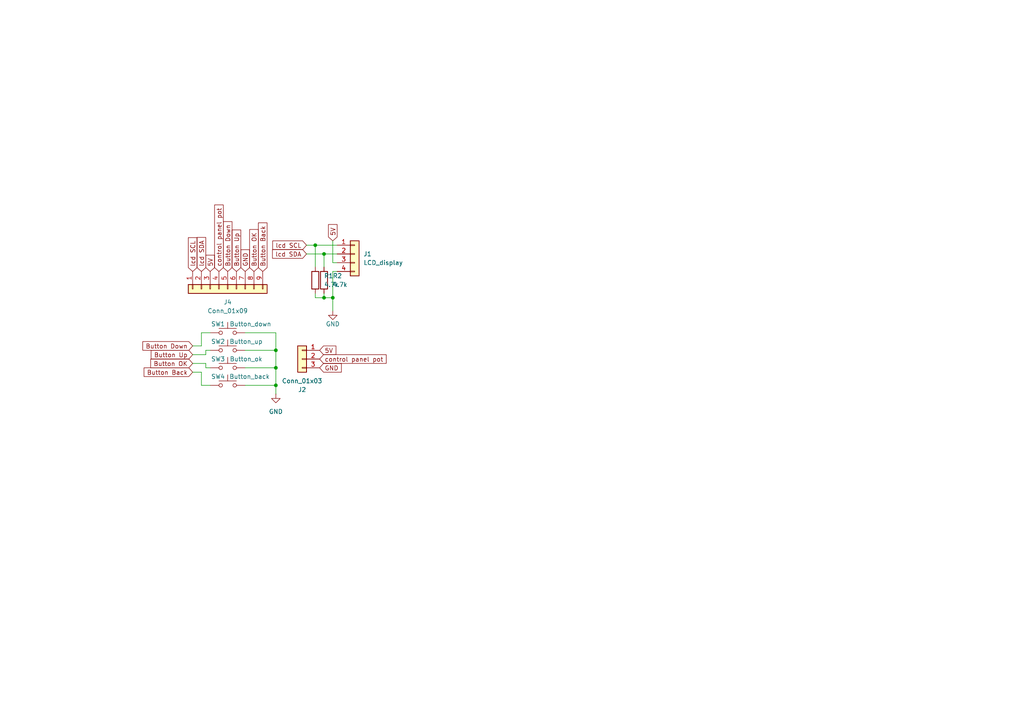
<source format=kicad_sch>
(kicad_sch (version 20231120) (generator "eeschema") (generator_version "8.0")
  (paper "A4")
  (lib_symbols
    (symbol "Connector_Generic:Conn_01x03" (pin_names (offset 1.016) hide)
      (property "Reference" "J" (at 0 5.08 0))
      (property "Value" "Conn_01x03" (at 0 -5.08 0))
      (symbol "Conn_01x03_1_1"
        (rectangle (start -1.27 -2.413) (end 0 -2.667) (stroke (width 0.1524)))
        (rectangle (start -1.27 0.127) (end 0 -0.127) (stroke (width 0.1524)))
        (rectangle (start -1.27 2.667) (end 0 2.413) (stroke (width 0.1524)))
        (rectangle (start -1.27 3.81) (end 1.27 -3.81) (stroke (width 0.254)) (fill (type background)))
        (pin passive line (at -5.08 2.54 0) (length 3.81) (name "Pin_1") (number "1"))
        (pin passive line (at -5.08 0 0) (length 3.81) (name "Pin_2") (number "2"))
        (pin passive line (at -5.08 -2.54 0) (length 3.81) (name "Pin_3") (number "3"))
      )
    )
    (symbol "Connector_Generic:Conn_01x04" (pin_names (offset 1.016) hide)
      (property "Reference" "J" (at 0 5.08 0))
      (property "Value" "Conn_01x04" (at 0 -7.62 0))
      (symbol "Conn_01x04_1_1"
        (rectangle (start -1.27 -4.953) (end 0 -5.207) (stroke (width 0.1524)))
        (rectangle (start -1.27 -2.413) (end 0 -2.667) (stroke (width 0.1524)))
        (rectangle (start -1.27 0.127) (end 0 -0.127) (stroke (width 0.1524)))
        (rectangle (start -1.27 2.667) (end 0 2.413) (stroke (width 0.1524)))
        (rectangle (start -1.27 3.81) (end 1.27 -6.35) (stroke (width 0.254)) (fill (type background)))
        (pin passive line (at -5.08 2.54 0) (length 3.81) (name "Pin_1") (number "1"))
        (pin passive line (at -5.08 0 0) (length 3.81) (name "Pin_2") (number "2"))
        (pin passive line (at -5.08 -2.54 0) (length 3.81) (name "Pin_3") (number "3"))
        (pin passive line (at -5.08 -5.08 0) (length 3.81) (name "Pin_4") (number "4"))
      )
    )
    (symbol "Connector_Generic:Conn_01x09" (pin_names (offset 1.016) hide)
      (property "Reference" "J" (at 0 12.7 0))
      (property "Value" "Conn_01x09" (at 0 -12.7 0))
      (symbol "Conn_01x09_1_1"
        (rectangle (start -1.27 -10.033) (end 0 -10.287) (stroke (width 0.1524)))
        (rectangle (start -1.27 -7.493) (end 0 -7.747) (stroke (width 0.1524)))
        (rectangle (start -1.27 -4.953) (end 0 -5.207) (stroke (width 0.1524)))
        (rectangle (start -1.27 -2.413) (end 0 -2.667) (stroke (width 0.1524)))
        (rectangle (start -1.27 0.127) (end 0 -0.127) (stroke (width 0.1524)))
        (rectangle (start -1.27 2.667) (end 0 2.413) (stroke (width 0.1524)))
        (rectangle (start -1.27 5.207) (end 0 4.953) (stroke (width 0.1524)))
        (rectangle (start -1.27 7.747) (end 0 7.493) (stroke (width 0.1524)))
        (rectangle (start -1.27 10.287) (end 0 10.033) (stroke (width 0.1524)))
        (rectangle (start -1.27 11.43) (end 1.27 -11.43) (stroke (width 0.254)) (fill (type background)))
        (pin passive line (at -5.08 10.16 0) (length 3.81) (name "Pin_1") (number "1"))
        (pin passive line (at -5.08 7.62 0) (length 3.81) (name "Pin_2") (number "2"))
        (pin passive line (at -5.08 5.08 0) (length 3.81) (name "Pin_3") (number "3"))
        (pin passive line (at -5.08 2.54 0) (length 3.81) (name "Pin_4") (number "4"))
        (pin passive line (at -5.08 0 0) (length 3.81) (name "Pin_5") (number "5"))
        (pin passive line (at -5.08 -2.54 0) (length 3.81) (name "Pin_6") (number "6"))
        (pin passive line (at -5.08 -5.08 0) (length 3.81) (name "Pin_7") (number "7"))
        (pin passive line (at -5.08 -7.62 0) (length 3.81) (name "Pin_8") (number "8"))
        (pin passive line (at -5.08 -10.16 0) (length 3.81) (name "Pin_9") (number "9"))
      )
    )
    (symbol "Device:R" (pin_numbers hide) (pin_names (offset 0))
      (property "Reference" "R" (at 2.032 0 90))
      (property "Value" "R" (at 0 0 90))
      (symbol "R_0_1"
        (rectangle (start -1.016 -2.54) (end 1.016 2.54) (stroke (width 0.254)))
      )
      (symbol "R_1_1"
        (pin passive line (at 0 3.81 270) (length 1.27) (name "~") (number "1"))
        (pin passive line (at 0 -3.81 90) (length 1.27) (name "~") (number "2"))
      )
    )
    (symbol "Switch:SW_Push" (pin_numbers hide) (pin_names (offset 1.016) hide)
      (property "Reference" "SW" (at 1.27 2.54 0))
      (property "Value" "SW_Push" (at 0 -1.524 0))
      (symbol "SW_Push_0_1"
        (circle (center -2.032 0) (radius 0.508))
        (polyline (pts (xy 0 1.27) (xy 0 3.048)))
        (polyline (pts (xy 2.54 1.27) (xy -2.54 1.27)))
        (circle (center 2.032 0) (radius 0.508))
        (pin passive line (at -5.08 0 0) (length 2.54) (name "1") (number "1"))
        (pin passive line (at 5.08 0 180) (length 2.54) (name "2") (number "2"))
      )
    )
    (symbol "power:GND" (power) (pin_numbers hide) (pin_names (offset 0) hide)
      (property "Value" "GND" (at 0 -3.81 0))
      (symbol "GND_0_1"
        (polyline (pts (xy 0 0) (xy 0 -1.27) (xy 1.27 -1.27) (xy 0 -2.54) (xy -1.27 -1.27) (xy 0 -1.27)))
      )
      (symbol "GND_1_1"
        (pin power_in line (at 0 0 270) (length 0) (name "~") (number "1"))
      )
    )
  )
  (junction (at 93.98 73.66))
  (junction (at 80.01 111.76))
  (junction (at 80.01 106.68))
  (junction (at 93.98 86.36))
  (junction (at 80.01 101.6))
  (junction (at 91.44 71.12))
  (junction (at 96.52 86.36))
  (wire (pts (xy 80.01 114.3) (xy 80.01 111.76)))
  (wire (pts (xy 80.01 96.52) (xy 80.01 101.6)))
  (wire (pts (xy 96.52 78.74) (xy 96.52 86.36)))
  (wire (pts (xy 93.98 73.66) (xy 93.98 77.47)))
  (wire (pts (xy 55.88 107.95) (xy 58.42 107.95)))
  (wire (pts (xy 58.42 111.76) (xy 60.96 111.76)))
  (wire (pts (xy 71.12 96.52) (xy 80.01 96.52)))
  (wire (pts (xy 71.12 106.68) (xy 80.01 106.68)))
  (wire (pts (xy 71.12 101.6) (xy 80.01 101.6)))
  (wire (pts (xy 91.44 71.12) (xy 91.44 77.47)))
  (wire (pts (xy 96.52 86.36) (xy 96.52 90.17)))
  (wire (pts (xy 59.69 101.6) (xy 60.96 101.6)))
  (wire (pts (xy 58.42 100.33) (xy 58.42 96.52)))
  (wire (pts (xy 60.96 106.68) (xy 59.69 106.68)))
  (wire (pts (xy 58.42 107.95) (xy 58.42 111.76)))
  (wire (pts (xy 59.69 105.41) (xy 55.88 105.41)))
  (wire (pts (xy 59.69 106.68) (xy 59.69 105.41)))
  (wire (pts (xy 97.79 76.2) (xy 96.52 76.2)))
  (wire (pts (xy 93.98 85.09) (xy 93.98 86.36)))
  (wire (pts (xy 59.69 102.87) (xy 59.69 101.6)))
  (wire (pts (xy 91.44 71.12) (xy 97.79 71.12)))
  (wire (pts (xy 88.9 73.66) (xy 93.98 73.66)))
  (wire (pts (xy 96.52 69.85) (xy 96.52 76.2)))
  (wire (pts (xy 71.12 111.76) (xy 80.01 111.76)))
  (wire (pts (xy 55.88 102.87) (xy 59.69 102.87)))
  (wire (pts (xy 58.42 96.52) (xy 60.96 96.52)))
  (wire (pts (xy 80.01 106.68) (xy 80.01 111.76)))
  (wire (pts (xy 91.44 85.09) (xy 91.44 86.36)))
  (wire (pts (xy 93.98 86.36) (xy 96.52 86.36)))
  (wire (pts (xy 80.01 101.6) (xy 80.01 106.68)))
  (wire (pts (xy 91.44 86.36) (xy 93.98 86.36)))
  (wire (pts (xy 88.9 71.12) (xy 91.44 71.12)))
  (wire (pts (xy 55.88 100.33) (xy 58.42 100.33)))
  (wire (pts (xy 97.79 78.74) (xy 96.52 78.74)))
  (wire (pts (xy 93.98 73.66) (xy 97.79 73.66)))
  (global_label "lcd SCL" (shape input) (at 88.9 71.12 180) (property "Intersheetrefs" "${INTERSHEET_REFS}" (effects (hide yes))))
  (global_label "control panel pot" (shape input) (at 63.5 78.74 90) (property "Intersheetrefs" "${INTERSHEET_REFS}" (effects (hide yes))))
  (global_label "Button OK" (shape input) (at 73.66 78.74 90) (property "Intersheetrefs" "${INTERSHEET_REFS}" (effects (hide yes))))
  (global_label "Button OK" (shape input) (at 55.88 105.41 180) (property "Intersheetrefs" "${INTERSHEET_REFS}" (effects (hide yes))))
  (global_label "Button Back" (shape input) (at 76.2 78.74 90) (property "Intersheetrefs" "${INTERSHEET_REFS}" (effects (hide yes))))
  (global_label "Button Up" (shape input) (at 55.88 102.87 180) (property "Intersheetrefs" "${INTERSHEET_REFS}" (effects (hide yes))))
  (global_label "5V" (shape input) (at 92.71 101.6 0) (property "Intersheetrefs" "${INTERSHEET_REFS}" (effects (hide yes))))
  (global_label "Button Up" (shape input) (at 68.58 78.74 90) (property "Intersheetrefs" "${INTERSHEET_REFS}" (effects (hide yes))))
  (global_label "lcd SCL" (shape input) (at 55.88 78.74 90) (property "Intersheetrefs" "${INTERSHEET_REFS}" (effects (hide yes))))
  (global_label "lcd SDA" (shape input) (at 58.42 78.74 90) (property "Intersheetrefs" "${INTERSHEET_REFS}" (effects (hide yes))))
  (global_label "Button Down" (shape input) (at 66.04 78.74 90) (property "Intersheetrefs" "${INTERSHEET_REFS}" (effects (hide yes))))
  (global_label "Button Down" (shape input) (at 55.88 100.33 180) (property "Intersheetrefs" "${INTERSHEET_REFS}" (effects (hide yes))))
  (global_label "5V" (shape input) (at 96.52 69.85 90) (property "Intersheetrefs" "${INTERSHEET_REFS}" (effects (hide yes))))
  (global_label "lcd SDA" (shape input) (at 88.9 73.66 180) (property "Intersheetrefs" "${INTERSHEET_REFS}" (effects (hide yes))))
  (global_label "Button Back" (shape input) (at 55.88 107.95 180) (property "Intersheetrefs" "${INTERSHEET_REFS}" (effects (hide yes))))
  (global_label "GND" (shape input) (at 92.71 106.68 0) (property "Intersheetrefs" "${INTERSHEET_REFS}" (effects (hide yes))))
  (global_label "GND" (shape input) (at 71.12 78.74 90) (property "Intersheetrefs" "${INTERSHEET_REFS}" (effects (hide yes))))
  (global_label "control panel pot" (shape input) (at 92.71 104.14 0) (property "Intersheetrefs" "${INTERSHEET_REFS}" (effects (hide yes))))
  (global_label "5V" (shape input) (at 60.96 78.74 90) (property "Intersheetrefs" "${INTERSHEET_REFS}" (effects (hide yes))))
  (symbol (lib_id "Switch:SW_Push") (at 66.04 111.76 0) (unit 1)
    (property "Reference" "SW4" (at 63.246 109.22 0))
    (property "Value" "Button_back" (at 72.39 109.22 0))
    (property "Footprint" "Button_Switch_THT:SW_PUSH_6mm_H5mm" (effects (hide yes)))
    (property "Description" "Push button switch, generic, two pins" (effects (hide yes)))
  )
  (symbol (lib_id "Switch:SW_Push") (at 66.04 96.52 0) (unit 1)
    (property "Reference" "SW1" (at 63.246 93.98 0))
    (property "Value" "Button_down" (at 72.644 93.98 0))
    (property "Footprint" "Button_Switch_THT:SW_PUSH_6mm_H5mm" (effects (hide yes)))
    (property "Description" "Push button switch, generic, two pins" (effects (hide yes)))
  )
  (symbol (lib_id "Connector_Generic:Conn_01x03") (at 87.63 104.14 0) (mirror y) (unit 1)
    (property "Reference" "J2" (at 87.63 113.03 0))
    (property "Value" "Conn_01x03" (at 87.63 110.49 0))
    (property "Footprint" "Connector_PinHeader_2.54mm:PinHeader_1x03_P2.54mm_Vertical" (effects (hide yes)))
    (property "Description" "Generic connector, single row, 01x03, script generated (kicad-library-utils/schlib/autogen/connector/)" (effects (hide yes)))
  )
  (symbol (lib_id "power:GND") (at 80.01 114.3 0) (unit 1)
    (property "Reference" "#PWR01" (effects (hide yes)))
    (property "Value" "GND" (at 80.01 119.38 0))
    (property "Description" "Power symbol creates a global label with name \"GND\" , ground" (effects (hide yes)))
  )
  (symbol (lib_id "Connector_Generic:Conn_01x04") (at 102.87 73.66 0) (unit 1)
    (property "Reference" "J1" (at 105.41 73.6599 0) (effects (justify left)))
    (property "Value" "LCD_display" (at 105.41 76.1999 0) (effects (justify left)))
    (property "Footprint" "Connector_PinHeader_2.54mm:PinHeader_1x04_P2.54mm_Vertical" (effects (hide yes)))
    (property "Description" "Generic connector, single row, 01x04, script generated (kicad-library-utils/schlib/autogen/connector/)" (effects (hide yes)))
  )
  (symbol (lib_id "power:GND") (at 96.52 90.17 0) (unit 1)
    (property "Reference" "#PWR03" (effects (hide yes)))
    (property "Value" "GND" (at 96.52 93.98 0))
    (property "Description" "Power symbol creates a global label with name \"GND\" , ground" (effects (hide yes)))
  )
  (symbol (lib_id "Switch:SW_Push") (at 66.04 101.6 0) (unit 1)
    (property "Reference" "SW2" (at 63.246 99.06 0))
    (property "Value" "Button_up" (at 71.374 99.06 0))
    (property "Footprint" "Button_Switch_THT:SW_PUSH_6mm_H5mm" (effects (hide yes)))
    (property "Description" "Push button switch, generic, two pins" (effects (hide yes)))
  )
  (symbol (lib_id "Device:R") (at 93.98 81.28 0) (unit 1)
    (property "Reference" "R2" (at 96.52 80.0099 0) (effects (justify left)))
    (property "Value" "4.7k" (at 96.52 82.5499 0) (effects (justify left)))
    (property "Footprint" "Resistor_THT:R_Axial_DIN0207_L6.3mm_D2.5mm_P7.62mm_Horizontal" (effects (hide yes)))
    (property "Description" "Resistor" (effects (hide yes)))
  )
  (symbol (lib_id "Switch:SW_Push") (at 66.04 106.68 0) (unit 1)
    (property "Reference" "SW3" (at 63.246 104.14 0))
    (property "Value" "Button_ok" (at 71.374 104.14 0))
    (property "Footprint" "Button_Switch_THT:SW_PUSH_6mm_H5mm" (effects (hide yes)))
    (property "Description" "Push button switch, generic, two pins" (effects (hide yes)))
  )
  (symbol (lib_id "Connector_Generic:Conn_01x09") (at 66.04 83.82 90) (mirror x) (unit 1)
    (property "Reference" "J4" (at 66.04 87.63 90))
    (property "Value" "Conn_01x09" (at 66.04 90.17 90))
    (property "Footprint" "Connector_PinHeader_2.54mm:PinHeader_1x09_P2.54mm_Vertical" (effects (hide yes)))
    (property "Description" "Generic connector, single row, 01x09, script generated (kicad-library-utils/schlib/autogen/connector/)" (effects (hide yes)))
  )
  (symbol (lib_id "Device:R") (at 91.44 81.28 0) (unit 1)
    (property "Reference" "R1" (at 93.98 80.0099 0) (effects (justify left)))
    (property "Value" "4.7k" (at 93.98 82.5499 0) (effects (justify left)))
    (property "Footprint" "Resistor_THT:R_Axial_DIN0207_L6.3mm_D2.5mm_P7.62mm_Horizontal" (effects (hide yes)))
    (property "Description" "Resistor" (effects (hide yes)))
  )
)
</source>
